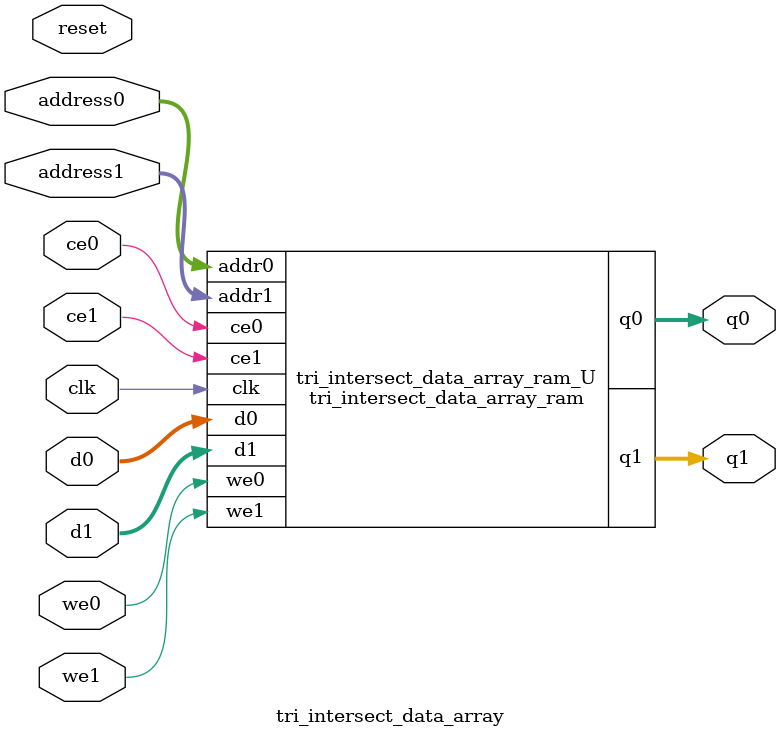
<source format=v>

`timescale 1 ns / 1 ps
module tri_intersect_data_array_ram (addr0, ce0, d0, we0, q0, addr1, ce1, d1, we1, q1,  clk);

parameter DWIDTH = 576;
parameter AWIDTH = 5;
parameter MEM_SIZE = 20;

input[AWIDTH-1:0] addr0;
input ce0;
input[DWIDTH-1:0] d0;
input we0;
output reg[DWIDTH-1:0] q0;
input[AWIDTH-1:0] addr1;
input ce1;
input[DWIDTH-1:0] d1;
input we1;
output reg[DWIDTH-1:0] q1;
input clk;

(* ram_style = "block" *)reg [DWIDTH-1:0] ram[MEM_SIZE-1:0];




always @(posedge clk)  
begin 
    if (ce0) 
    begin
        if (we0) 
        begin 
            ram[addr0] <= d0; 
            q0 <= d0;
        end 
        else 
            q0 <= ram[addr0];
    end
end


always @(posedge clk)  
begin 
    if (ce1) 
    begin
        if (we1) 
        begin 
            ram[addr1] <= d1; 
            q1 <= d1;
        end 
        else 
            q1 <= ram[addr1];
    end
end


endmodule


`timescale 1 ns / 1 ps
module tri_intersect_data_array(
    reset,
    clk,
    address0,
    ce0,
    we0,
    d0,
    q0,
    address1,
    ce1,
    we1,
    d1,
    q1);

parameter DataWidth = 32'd576;
parameter AddressRange = 32'd20;
parameter AddressWidth = 32'd5;
input reset;
input clk;
input[AddressWidth - 1:0] address0;
input ce0;
input we0;
input[DataWidth - 1:0] d0;
output[DataWidth - 1:0] q0;
input[AddressWidth - 1:0] address1;
input ce1;
input we1;
input[DataWidth - 1:0] d1;
output[DataWidth - 1:0] q1;



tri_intersect_data_array_ram tri_intersect_data_array_ram_U(
    .clk( clk ),
    .addr0( address0 ),
    .ce0( ce0 ),
    .d0( d0 ),
    .we0( we0 ),
    .q0( q0 ),
    .addr1( address1 ),
    .ce1( ce1 ),
    .d1( d1 ),
    .we1( we1 ),
    .q1( q1 ));

endmodule


</source>
